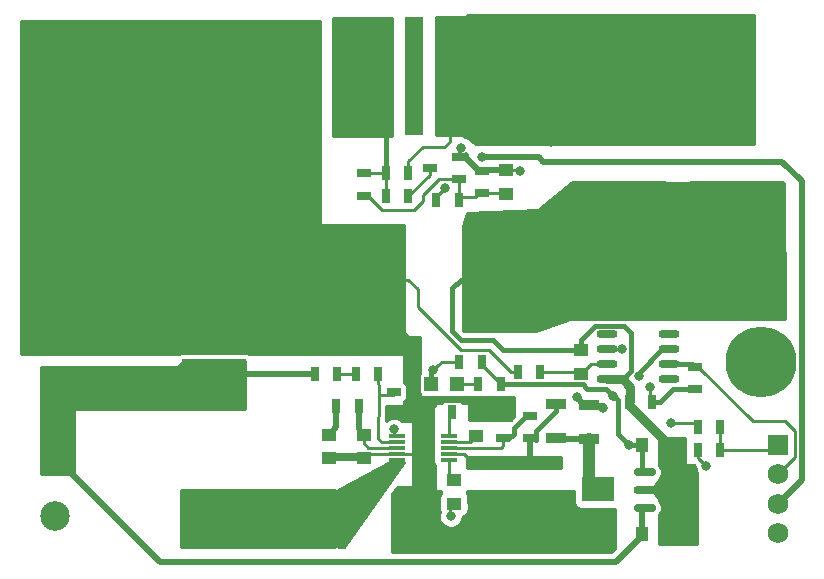
<source format=gbr>
%TF.GenerationSoftware,KiCad,Pcbnew,(5.1.4)-1*%
%TF.CreationDate,2020-02-28T22:37:56+08:00*%
%TF.ProjectId,power,706f7765-722e-46b6-9963-61645f706362,rev?*%
%TF.SameCoordinates,Original*%
%TF.FileFunction,Copper,L1,Top*%
%TF.FilePolarity,Positive*%
%FSLAX46Y46*%
G04 Gerber Fmt 4.6, Leading zero omitted, Abs format (unit mm)*
G04 Created by KiCad (PCBNEW (5.1.4)-1) date 2020-02-28 22:37:56*
%MOMM*%
%LPD*%
G04 APERTURE LIST*
%ADD10C,0.800000*%
%ADD11C,6.000000*%
%ADD12R,1.000000X1.250000*%
%ADD13R,2.794000X3.810000*%
%ADD14R,1.650000X2.380000*%
%ADD15R,1.450000X0.300000*%
%ADD16O,1.800000X0.700000*%
%ADD17O,1.900000X0.700000*%
%ADD18O,3.500000X2.000000*%
%ADD19O,2.100000X0.700000*%
%ADD20R,1.300000X0.700000*%
%ADD21R,0.700000X1.300000*%
%ADD22R,6.000000X8.750000*%
%ADD23R,2.500000X10.000000*%
%ADD24R,1.600000X10.000000*%
%ADD25R,1.250000X0.700000*%
%ADD26R,5.400000X3.900000*%
%ADD27C,2.500000*%
%ADD28R,11.000000X8.000000*%
%ADD29C,1.750000*%
%ADD30R,1.750000X1.750000*%
%ADD31R,8.000000X11.000000*%
%ADD32R,1.700000X0.900000*%
%ADD33R,1.200000X1.200000*%
%ADD34R,2.743000X2.159000*%
%ADD35R,1.600000X3.500000*%
%ADD36R,1.250000X1.000000*%
%ADD37R,2.500000X1.000000*%
%ADD38R,1.600000X1.000000*%
%ADD39C,0.254000*%
%ADD40C,0.508000*%
%ADD41C,0.381000*%
%ADD42C,0.250000*%
%ADD43C,0.762000*%
%ADD44C,1.016000*%
%ADD45C,0.350000*%
G04 APERTURE END LIST*
D10*
X85456810Y-49062500D03*
X85456810Y-51437500D03*
X83400000Y-52625000D03*
X81343190Y-51437500D03*
X81343190Y-49062500D03*
X83400000Y-47875000D03*
D11*
X83400000Y-50250000D03*
D10*
X38456810Y-45062500D03*
X38456810Y-47437500D03*
X36400000Y-48625000D03*
X34343190Y-47437500D03*
X34343190Y-45062500D03*
X36400000Y-43875000D03*
D11*
X36400000Y-46250000D03*
D12*
X75345000Y-64803000D03*
X73345000Y-64803000D03*
D13*
X46631500Y-63000000D03*
X53768500Y-63000000D03*
D14*
X54800000Y-57500001D03*
D15*
X52600000Y-58500001D03*
X52600000Y-58000001D03*
X52600000Y-57500001D03*
X52600000Y-57000001D03*
X57000000Y-56500001D03*
X57000000Y-57000001D03*
X57000000Y-57500001D03*
X57000000Y-58000001D03*
X52600000Y-56500001D03*
X57000000Y-58500001D03*
D16*
X75600000Y-47895000D03*
X75600000Y-49165000D03*
X75600000Y-50435000D03*
X75600000Y-51705000D03*
X70400000Y-51705000D03*
X70400000Y-50435000D03*
X70400000Y-49165000D03*
X70400000Y-47895000D03*
D17*
X73545000Y-62574000D03*
D18*
X76045000Y-61074000D03*
D19*
X73645000Y-61074000D03*
D17*
X73545000Y-59574000D03*
D20*
X52324000Y-54671000D03*
X52324000Y-52771000D03*
D21*
X51000000Y-51250000D03*
X49100000Y-51250000D03*
X47500000Y-51250000D03*
X45600000Y-51250000D03*
X61350000Y-52070000D03*
X59450000Y-52070000D03*
X57850000Y-50200000D03*
X59750000Y-50200000D03*
X55350000Y-54500000D03*
X57250000Y-54500000D03*
X47437000Y-53975000D03*
X49337000Y-53975000D03*
D22*
X61400000Y-43250000D03*
X49800000Y-43250000D03*
D21*
X62804000Y-51054000D03*
X64704000Y-51054000D03*
D20*
X61550000Y-54800000D03*
X61550000Y-56700000D03*
X63800000Y-54800000D03*
X63800000Y-56700000D03*
D21*
X74150000Y-53600000D03*
X72250000Y-53600000D03*
D20*
X77800000Y-52550000D03*
X77800000Y-50650000D03*
D21*
X53550000Y-36200000D03*
X51650000Y-36200000D03*
D20*
X59800000Y-35950000D03*
X59800000Y-34050000D03*
X49800000Y-36150000D03*
X49800000Y-34250000D03*
D21*
X51650000Y-34200000D03*
X53550000Y-34200000D03*
X55913000Y-36528000D03*
X57813000Y-36528000D03*
X78044000Y-57658000D03*
X79944000Y-57658000D03*
X79944000Y-55753000D03*
X78044000Y-55753000D03*
D23*
X57050000Y-26000000D03*
D24*
X54000000Y-26000000D03*
D23*
X50950000Y-26000000D03*
D25*
X55350000Y-33800000D03*
X57850000Y-32850000D03*
X57850000Y-34750000D03*
D26*
X37084000Y-63912000D03*
X37084000Y-51912000D03*
D27*
X23600000Y-63250000D03*
X23600000Y-58250000D03*
D28*
X27200000Y-36550000D03*
X27200000Y-26550000D03*
X40200000Y-26550000D03*
X40200000Y-36550000D03*
D29*
X84800000Y-64750000D03*
X84800000Y-62250000D03*
X84800000Y-59750000D03*
D30*
X84800000Y-57250000D03*
D31*
X78800000Y-26250000D03*
X68800000Y-26250000D03*
X71400000Y-40450000D03*
X81400000Y-40450000D03*
D32*
X66050000Y-56700000D03*
X66050000Y-53800000D03*
X68801000Y-53874000D03*
X68801000Y-56774000D03*
D33*
X55500000Y-52070000D03*
X57700000Y-52070000D03*
D34*
X69563000Y-65408000D03*
X69563000Y-60988000D03*
D35*
X26000000Y-47100000D03*
X26000000Y-52500000D03*
D36*
X57404000Y-60230000D03*
X57404000Y-62230000D03*
X59300001Y-54500000D03*
X59300001Y-56500000D03*
X46800001Y-58373000D03*
X46800001Y-56373000D03*
X49784000Y-58373000D03*
X49784000Y-56373000D03*
X68200000Y-51219000D03*
X68200000Y-49219000D03*
D37*
X65300000Y-61754000D03*
X65300000Y-58754000D03*
X62050000Y-61754000D03*
X62050000Y-58754000D03*
D38*
X59300001Y-61754000D03*
X59300001Y-58754000D03*
D12*
X75345000Y-57274000D03*
X73345000Y-57274000D03*
D36*
X61800000Y-36000000D03*
X61800000Y-34000000D03*
D10*
X62992000Y-34036000D03*
X58039000Y-32131000D03*
X78740000Y-59055000D03*
X72263000Y-57270992D03*
X70866000Y-53086000D03*
X73075350Y-51396340D03*
X51259748Y-60276752D03*
X57150000Y-63246000D03*
X52324000Y-55880012D03*
X55626000Y-50927000D03*
X75819000Y-55372000D03*
X70062185Y-54117880D03*
X65626000Y-31623000D03*
X67797342Y-53211206D03*
X56624807Y-35480210D03*
X59817000Y-32893002D03*
X74041000Y-52324000D03*
X71596290Y-49152485D03*
D39*
X59500000Y-35950000D02*
X59200000Y-36250000D01*
X59800000Y-35950000D02*
X59500000Y-35950000D01*
X59200000Y-36250000D02*
X57800000Y-36250000D01*
X57850000Y-36200000D02*
X57800000Y-36250000D01*
X57850000Y-34750000D02*
X57850000Y-36200000D01*
X62000000Y-35950000D02*
X62070000Y-36020000D01*
X59800000Y-35950000D02*
X62000000Y-35950000D01*
X56096638Y-34750000D02*
X57850000Y-34750000D01*
X49800000Y-36150000D02*
X50100000Y-36150000D01*
X50100000Y-36150000D02*
X51288000Y-37338000D01*
X51288000Y-37338000D02*
X54006362Y-37338000D01*
X54006362Y-37338000D02*
X54757819Y-36586543D01*
X54757819Y-36586543D02*
X54757819Y-36088819D01*
X54757819Y-36088819D02*
X56096638Y-34750000D01*
D40*
X59850000Y-34000000D02*
X59800000Y-34050000D01*
X61800000Y-34000000D02*
X59850000Y-34000000D01*
X58387000Y-32937000D02*
X58387000Y-32718000D01*
X59500000Y-34050000D02*
X58387000Y-32937000D01*
X59800000Y-34050000D02*
X59500000Y-34050000D01*
D39*
X46393999Y-58000001D02*
X46355000Y-58039000D01*
X52600000Y-58000001D02*
X46393999Y-58000001D01*
D40*
X49737000Y-58373000D02*
X49784000Y-58420000D01*
X46800001Y-58373000D02*
X49737000Y-58373000D01*
D39*
X59600001Y-54800000D02*
X59300001Y-54500000D01*
X61550000Y-54800000D02*
X59600001Y-54800000D01*
D41*
X56093701Y-53456299D02*
X61965299Y-53456299D01*
X55350000Y-54500000D02*
X55350000Y-54200000D01*
X55350000Y-54200000D02*
X56093701Y-53456299D01*
D39*
X54300000Y-58000001D02*
X54800000Y-57500001D01*
X52600000Y-58000001D02*
X54300000Y-58000001D01*
X53537000Y-43250000D02*
X49800000Y-43250000D01*
X62804000Y-51054000D02*
X62200000Y-51054000D01*
X60365799Y-49219799D02*
X57982799Y-49219799D01*
X57982799Y-49219799D02*
X54356000Y-45593000D01*
X62200000Y-51054000D02*
X60365799Y-49219799D01*
X54356000Y-45593000D02*
X54356000Y-44069000D01*
X54356000Y-44069000D02*
X53537000Y-43250000D01*
X61800000Y-34000000D02*
X62956000Y-34000000D01*
X62956000Y-34000000D02*
X62992000Y-34036000D01*
X57850000Y-32850000D02*
X57850000Y-32320000D01*
X57850000Y-32320000D02*
X58039000Y-32131000D01*
X78044000Y-57658000D02*
X78044000Y-58359000D01*
X78044000Y-58359000D02*
X78740000Y-59055000D01*
D42*
X72250000Y-52274000D02*
X72250000Y-52210000D01*
D40*
X76045000Y-57974000D02*
X75345000Y-57274000D01*
X76045000Y-61074000D02*
X76045000Y-57974000D01*
X73645000Y-61074000D02*
X76045000Y-61074000D01*
X75345000Y-61774000D02*
X76045000Y-61074000D01*
X75345000Y-64803000D02*
X75345000Y-61774000D01*
D43*
X72250000Y-52274000D02*
X71681000Y-51705000D01*
X71681000Y-51705000D02*
X70400000Y-51705000D01*
X72250000Y-53600000D02*
X72250000Y-53900000D01*
X75345000Y-56995000D02*
X75345000Y-57274000D01*
X72250000Y-53900000D02*
X75345000Y-56995000D01*
X72250000Y-52274000D02*
X72292706Y-52316706D01*
X72292706Y-53557294D02*
X72250000Y-53600000D01*
X72292706Y-52316706D02*
X72292706Y-53557294D01*
X68200000Y-49219000D02*
X68198990Y-49217990D01*
D42*
X61400000Y-43250000D02*
X58350000Y-43250000D01*
D43*
X68198990Y-49217990D02*
X68198989Y-48939896D01*
D41*
X57969000Y-43250000D02*
X57277000Y-43942000D01*
X57277000Y-43942000D02*
X57277000Y-47625000D01*
X57277000Y-47625000D02*
X58026211Y-48374211D01*
X58350000Y-43250000D02*
X57969000Y-43250000D01*
X72390000Y-50996000D02*
X71681000Y-51705000D01*
X61538000Y-49219000D02*
X60693211Y-48374211D01*
X68200000Y-49219000D02*
X61538000Y-49219000D01*
X58026211Y-48374211D02*
X60693211Y-48374211D01*
X71789290Y-47151290D02*
X72390000Y-47752000D01*
X69386710Y-47151290D02*
X71789290Y-47151290D01*
X68200000Y-48338000D02*
X69386710Y-47151290D01*
X68200000Y-49219000D02*
X68200000Y-48338000D01*
X72390000Y-47752000D02*
X72390000Y-50996000D01*
D39*
X59750000Y-50500000D02*
X61350000Y-52100000D01*
X59750000Y-50200000D02*
X59750000Y-50500000D01*
D41*
X73345000Y-59374000D02*
X73545000Y-59574000D01*
X73345000Y-57274000D02*
X73345000Y-59374000D01*
X73345000Y-57274000D02*
X72266000Y-57274000D01*
X72263000Y-57271000D02*
X72263000Y-57270992D01*
X72266000Y-57274000D02*
X72263000Y-57271000D01*
X73341992Y-57270992D02*
X73345000Y-57274000D01*
X72263000Y-57270992D02*
X73341992Y-57270992D01*
X71265999Y-53485999D02*
X70866000Y-53086000D01*
X71308491Y-53528491D02*
X71265999Y-53485999D01*
X71308491Y-56316483D02*
X71308491Y-53528491D01*
X72263000Y-57270992D02*
X71308491Y-56316483D01*
X75050000Y-49165000D02*
X73075350Y-51139650D01*
X73075350Y-51139650D02*
X73075350Y-51396340D01*
X75600000Y-49165000D02*
X75050000Y-49165000D01*
X68338141Y-52112701D02*
X68705150Y-52479710D01*
X70259710Y-52479710D02*
X70466001Y-52686001D01*
X68705150Y-52479710D02*
X70259710Y-52479710D01*
X70466001Y-52686001D02*
X70866000Y-53086000D01*
X61383701Y-52112701D02*
X61341000Y-52070000D01*
X63330299Y-52112701D02*
X61383701Y-52112701D01*
X63330299Y-52112701D02*
X68338141Y-52112701D01*
D40*
X63800000Y-58422000D02*
X63722000Y-58500000D01*
X63800000Y-56700000D02*
X63800000Y-58422000D01*
X65300000Y-58500000D02*
X63722000Y-58500000D01*
X63722000Y-58500000D02*
X59300001Y-58500000D01*
D41*
X63800000Y-56700000D02*
X63869000Y-56700000D01*
X64356000Y-56065298D02*
X64356000Y-56848000D01*
X66050000Y-54371298D02*
X64356000Y-56065298D01*
X66050000Y-53800000D02*
X66050000Y-54371298D01*
D39*
X58254001Y-58000001D02*
X58674000Y-58420000D01*
X57000000Y-58000001D02*
X58254001Y-58000001D01*
X68035000Y-51054000D02*
X68200000Y-51219000D01*
X64704000Y-51054000D02*
X68035000Y-51054000D01*
X68984000Y-50435000D02*
X70400000Y-50435000D01*
X68200000Y-51219000D02*
X68984000Y-50435000D01*
X49784000Y-57127000D02*
X49784000Y-56373000D01*
X50157001Y-57500001D02*
X49784000Y-57127000D01*
X52600000Y-57500001D02*
X50157001Y-57500001D01*
D40*
X49337000Y-55926000D02*
X49784000Y-56373000D01*
X49337000Y-53975000D02*
X49337000Y-55926000D01*
X47437000Y-55736001D02*
X46800001Y-56373000D01*
X47437000Y-53975000D02*
X47437000Y-55736001D01*
D39*
X58800000Y-57000001D02*
X59300001Y-56500000D01*
X57000000Y-57000001D02*
X58800000Y-57000001D01*
X57000000Y-60350000D02*
X57050000Y-60400000D01*
X57000000Y-58500001D02*
X57000000Y-60350000D01*
D40*
X52600000Y-58936500D02*
X52600000Y-58607202D01*
X46631500Y-63000000D02*
X48536500Y-63000000D01*
X48536500Y-63000000D02*
X52600000Y-58936500D01*
D39*
X52600000Y-58936500D02*
X51259748Y-60276752D01*
X57050000Y-63146000D02*
X57150000Y-63246000D01*
X57050000Y-62341000D02*
X57050000Y-63146000D01*
D40*
X37260000Y-52500000D02*
X37465000Y-52705000D01*
X26000000Y-52500000D02*
X37260000Y-52500000D01*
X73345000Y-62774000D02*
X73545000Y-62574000D01*
X73345000Y-64802999D02*
X73345000Y-62774000D01*
X73345000Y-64928000D02*
X73345000Y-64803000D01*
X71090000Y-67183000D02*
X73345000Y-64928000D01*
X32533000Y-67183000D02*
X71090000Y-67183000D01*
X23600000Y-58250000D02*
X32533000Y-67183000D01*
D39*
X39047000Y-51250000D02*
X38989000Y-51308000D01*
X45600000Y-51250000D02*
X39047000Y-51250000D01*
D40*
X39682000Y-51250000D02*
X39624000Y-51308000D01*
X45600000Y-51250000D02*
X39682000Y-51250000D01*
X66124000Y-56774000D02*
X66050000Y-56700000D01*
X68801000Y-56774000D02*
X66124000Y-56774000D01*
D44*
X68801000Y-60226000D02*
X69563000Y-60988000D01*
X68801000Y-56774000D02*
X68801000Y-60226000D01*
D39*
X52324000Y-55880012D02*
X52324000Y-56515000D01*
X56353000Y-50200000D02*
X56025999Y-50527001D01*
X57850000Y-50200000D02*
X56353000Y-50200000D01*
X56025999Y-50527001D02*
X55626000Y-50927000D01*
D41*
X55500000Y-51053000D02*
X55626000Y-50927000D01*
X55500000Y-52070000D02*
X55500000Y-51053000D01*
D39*
X57700000Y-52070000D02*
X59450000Y-52070000D01*
D41*
X68801000Y-53874000D02*
X70032000Y-53874000D01*
X70032000Y-53874000D02*
X70062185Y-53904185D01*
X70062185Y-53904185D02*
X70062185Y-54117880D01*
D39*
X77663000Y-55372000D02*
X78044000Y-55753000D01*
X75819000Y-55372000D02*
X77663000Y-55372000D01*
X53550000Y-33250000D02*
X54750000Y-32050000D01*
X53550000Y-34200000D02*
X53550000Y-33250000D01*
X54750000Y-32050000D02*
X56600000Y-32050000D01*
X56600000Y-32050000D02*
X57050000Y-31600000D01*
X57050000Y-31600000D02*
X57050000Y-26000000D01*
D40*
X65753000Y-30940000D02*
X65743315Y-30940000D01*
X65743315Y-30940000D02*
X65626000Y-31057315D01*
X65626000Y-31057315D02*
X65626000Y-31623000D01*
X68197341Y-53611205D02*
X67797342Y-53211206D01*
X68460136Y-53874000D02*
X68197341Y-53611205D01*
X68801000Y-53874000D02*
X68460136Y-53874000D01*
D39*
X56624807Y-35516193D02*
X56624807Y-35480210D01*
X55913000Y-36228000D02*
X56624807Y-35516193D01*
X55913000Y-36528000D02*
X55913000Y-36228000D01*
D40*
X86857201Y-34914201D02*
X85217000Y-33274000D01*
X86857201Y-60192799D02*
X86857201Y-34914201D01*
X84800000Y-62250000D02*
X86857201Y-60192799D01*
X60382685Y-32893002D02*
X59817000Y-32893002D01*
X64571400Y-32893002D02*
X60382685Y-32893002D01*
X64952398Y-33274000D02*
X64571400Y-32893002D01*
X85217000Y-33274000D02*
X64952398Y-33274000D01*
D41*
X77585000Y-50435000D02*
X77800000Y-50650000D01*
X75600000Y-50435000D02*
X77585000Y-50435000D01*
D42*
X85471000Y-55245000D02*
X86274990Y-56048990D01*
X86274990Y-56048990D02*
X86274990Y-58275010D01*
X86274990Y-58275010D02*
X85674999Y-58875001D01*
X82695000Y-55245000D02*
X85471000Y-55245000D01*
X85674999Y-58875001D02*
X84800000Y-59750000D01*
X78100000Y-50650000D02*
X82695000Y-55245000D01*
X77800000Y-50650000D02*
X78100000Y-50650000D01*
D39*
X84392000Y-57658000D02*
X84800000Y-57250000D01*
X79944000Y-57658000D02*
X84392000Y-57658000D01*
X79944000Y-55753000D02*
X79944000Y-57658000D01*
X55350000Y-34404000D02*
X55350000Y-33800000D01*
X53554000Y-36200000D02*
X55350000Y-34404000D01*
X53550000Y-36200000D02*
X53554000Y-36200000D01*
X51650000Y-36200000D02*
X51650000Y-34200000D01*
X51600000Y-34250000D02*
X51650000Y-34200000D01*
X49800000Y-34250000D02*
X51600000Y-34250000D01*
D41*
X51650000Y-26700000D02*
X50950000Y-26000000D01*
X51650000Y-34200000D02*
X51650000Y-26700000D01*
D42*
X74041000Y-53491000D02*
X74150000Y-53600000D01*
X74041000Y-52324000D02*
X74041000Y-53491000D01*
D41*
X74150000Y-53600000D02*
X74881000Y-53600000D01*
X74881000Y-53600000D02*
X75931000Y-52550000D01*
X75931000Y-52550000D02*
X76769000Y-52550000D01*
X76769000Y-52550000D02*
X77800000Y-52550000D01*
D42*
X71583775Y-49165000D02*
X71596290Y-49152485D01*
X70400000Y-49165000D02*
X71583775Y-49165000D01*
D41*
X61550000Y-56700000D02*
X62091000Y-56700000D01*
X62091000Y-56700000D02*
X62451499Y-56339501D01*
X63500000Y-54800000D02*
X63800000Y-54800000D01*
X62451499Y-55848501D02*
X63500000Y-54800000D01*
X62451499Y-56339501D02*
X62451499Y-55848501D01*
D39*
X61550000Y-57304000D02*
X61550000Y-56700000D01*
X61353999Y-57500001D02*
X61550000Y-57304000D01*
X57000000Y-57500001D02*
X61353999Y-57500001D01*
X57000000Y-54750000D02*
X57250000Y-54500000D01*
X57000000Y-56500001D02*
X57000000Y-54750000D01*
X47500000Y-51250000D02*
X49100000Y-51250000D01*
X52600000Y-57000001D02*
X51285001Y-57000001D01*
X51285001Y-57000001D02*
X51000000Y-56715000D01*
X51120000Y-53025000D02*
X51054000Y-52959000D01*
X52324000Y-53025000D02*
X51120000Y-53025000D01*
X51000000Y-56715000D02*
X51054000Y-52959000D01*
X51054000Y-52959000D02*
X51000000Y-51250000D01*
G36*
X76962000Y-58801000D02*
G01*
X76964440Y-58825776D01*
X76971667Y-58849601D01*
X76983403Y-58871557D01*
X76999197Y-58890803D01*
X77018443Y-58906597D01*
X77040399Y-58918333D01*
X77064224Y-58925560D01*
X77089000Y-58928000D01*
X77714976Y-58928000D01*
X77832000Y-59045025D01*
X77832000Y-59144430D01*
X77866894Y-59319854D01*
X77935341Y-59485099D01*
X77978000Y-59548942D01*
X77978000Y-65659000D01*
X74803000Y-65659000D01*
X74803000Y-63124697D01*
X74861852Y-63052985D01*
X74941524Y-62903931D01*
X74990585Y-62742197D01*
X75007151Y-62574000D01*
X74990585Y-62405803D01*
X74941524Y-62244069D01*
X74861852Y-62095015D01*
X74803000Y-62023303D01*
X74803000Y-60124697D01*
X74861852Y-60052985D01*
X74941524Y-59903931D01*
X74990585Y-59742197D01*
X75007151Y-59574000D01*
X74990585Y-59405803D01*
X74941524Y-59244069D01*
X74861852Y-59095015D01*
X74803000Y-59023303D01*
X74803000Y-56642000D01*
X76962000Y-56642000D01*
X76962000Y-58801000D01*
X76962000Y-58801000D01*
G37*
X76962000Y-58801000D02*
X76964440Y-58825776D01*
X76971667Y-58849601D01*
X76983403Y-58871557D01*
X76999197Y-58890803D01*
X77018443Y-58906597D01*
X77040399Y-58918333D01*
X77064224Y-58925560D01*
X77089000Y-58928000D01*
X77714976Y-58928000D01*
X77832000Y-59045025D01*
X77832000Y-59144430D01*
X77866894Y-59319854D01*
X77935341Y-59485099D01*
X77978000Y-59548942D01*
X77978000Y-65659000D01*
X74803000Y-65659000D01*
X74803000Y-63124697D01*
X74861852Y-63052985D01*
X74941524Y-62903931D01*
X74990585Y-62742197D01*
X75007151Y-62574000D01*
X74990585Y-62405803D01*
X74941524Y-62244069D01*
X74861852Y-62095015D01*
X74803000Y-62023303D01*
X74803000Y-60124697D01*
X74861852Y-60052985D01*
X74941524Y-59903931D01*
X74990585Y-59742197D01*
X75007151Y-59574000D01*
X74990585Y-59405803D01*
X74941524Y-59244069D01*
X74861852Y-59095015D01*
X74803000Y-59023303D01*
X74803000Y-56642000D01*
X76962000Y-56642000D01*
X76962000Y-58801000D01*
G36*
X85469627Y-46609000D02*
G01*
X67310000Y-46609000D01*
X67285224Y-46611440D01*
X67268278Y-46616049D01*
X64367544Y-47625000D01*
X58166000Y-47625000D01*
X58166000Y-38753640D01*
X58515654Y-37588125D01*
X64521287Y-37337890D01*
X64545940Y-37334420D01*
X64569443Y-37326208D01*
X64596421Y-37309293D01*
X67355335Y-35052000D01*
X85345358Y-35052000D01*
X85469627Y-46609000D01*
X85469627Y-46609000D01*
G37*
X85469627Y-46609000D02*
X67310000Y-46609000D01*
X67285224Y-46611440D01*
X67268278Y-46616049D01*
X64367544Y-47625000D01*
X58166000Y-47625000D01*
X58166000Y-38753640D01*
X58515654Y-37588125D01*
X64521287Y-37337890D01*
X64545940Y-37334420D01*
X64569443Y-37326208D01*
X64596421Y-37309293D01*
X67355335Y-35052000D01*
X85345358Y-35052000D01*
X85469627Y-46609000D01*
G36*
X46101000Y-38481000D02*
G01*
X46103440Y-38505776D01*
X46110667Y-38529601D01*
X46122403Y-38551557D01*
X46138197Y-38570803D01*
X46157443Y-38586597D01*
X46179399Y-38598333D01*
X46203224Y-38605560D01*
X46228000Y-38608000D01*
X53213000Y-38608000D01*
X53213000Y-47752000D01*
X53215440Y-47776776D01*
X53222667Y-47800601D01*
X53234403Y-47822557D01*
X53250197Y-47841803D01*
X53504197Y-48095803D01*
X53523443Y-48111597D01*
X53545399Y-48123333D01*
X53569224Y-48130560D01*
X53594000Y-48133000D01*
X54483000Y-48133000D01*
X54483000Y-49530000D01*
X40053431Y-49530000D01*
X39979343Y-49490399D01*
X39883585Y-49461351D01*
X39784000Y-49451543D01*
X34384000Y-49451543D01*
X34284415Y-49461351D01*
X34188657Y-49490399D01*
X34114569Y-49530000D01*
X20758000Y-49530000D01*
X20758000Y-21336000D01*
X46101000Y-21336000D01*
X46101000Y-38481000D01*
X46101000Y-38481000D01*
G37*
X46101000Y-38481000D02*
X46103440Y-38505776D01*
X46110667Y-38529601D01*
X46122403Y-38551557D01*
X46138197Y-38570803D01*
X46157443Y-38586597D01*
X46179399Y-38598333D01*
X46203224Y-38605560D01*
X46228000Y-38608000D01*
X53213000Y-38608000D01*
X53213000Y-47752000D01*
X53215440Y-47776776D01*
X53222667Y-47800601D01*
X53234403Y-47822557D01*
X53250197Y-47841803D01*
X53504197Y-48095803D01*
X53523443Y-48111597D01*
X53545399Y-48123333D01*
X53569224Y-48130560D01*
X53594000Y-48133000D01*
X54483000Y-48133000D01*
X54483000Y-49530000D01*
X40053431Y-49530000D01*
X39979343Y-49490399D01*
X39883585Y-49461351D01*
X39784000Y-49451543D01*
X34384000Y-49451543D01*
X34284415Y-49461351D01*
X34188657Y-49490399D01*
X34114569Y-49530000D01*
X20758000Y-49530000D01*
X20758000Y-21336000D01*
X46101000Y-21336000D01*
X46101000Y-38481000D01*
G36*
X59000415Y-53220649D02*
G01*
X59100000Y-53230457D01*
X59800000Y-53230457D01*
X59899585Y-53220649D01*
X59924800Y-53213000D01*
X60875200Y-53213000D01*
X60900415Y-53220649D01*
X61000000Y-53230457D01*
X61700000Y-53230457D01*
X61799585Y-53220649D01*
X61824800Y-53213000D01*
X62484000Y-53213000D01*
X62484000Y-54828172D01*
X62194173Y-55118000D01*
X58674000Y-55118000D01*
X58674000Y-53848000D01*
X58671560Y-53823224D01*
X58664333Y-53799399D01*
X58652597Y-53777443D01*
X58636803Y-53758197D01*
X58617557Y-53742403D01*
X58595601Y-53730667D01*
X58571776Y-53723440D01*
X58547000Y-53721000D01*
X58091726Y-53721000D01*
X58071601Y-53654657D01*
X58024429Y-53566405D01*
X57960948Y-53489052D01*
X57883595Y-53425571D01*
X57795343Y-53378399D01*
X57699585Y-53349351D01*
X57600000Y-53339543D01*
X56900000Y-53339543D01*
X56800415Y-53349351D01*
X56704657Y-53378399D01*
X56616405Y-53425571D01*
X56539052Y-53489052D01*
X56475571Y-53566405D01*
X56428399Y-53654657D01*
X56408274Y-53721000D01*
X55753000Y-53721000D01*
X55728224Y-53723440D01*
X55704399Y-53730667D01*
X55682443Y-53742403D01*
X55663197Y-53758197D01*
X55647403Y-53777443D01*
X55635667Y-53799399D01*
X55628440Y-53823224D01*
X55626000Y-53848000D01*
X55626000Y-58674000D01*
X53975000Y-58674000D01*
X53975000Y-55372000D01*
X53972560Y-55347224D01*
X53965333Y-55323399D01*
X53953597Y-55301443D01*
X53937803Y-55282197D01*
X53918557Y-55266403D01*
X53896601Y-55254667D01*
X53872776Y-55247440D01*
X53848000Y-55245000D01*
X52973093Y-55245000D01*
X52902816Y-55174723D01*
X52754099Y-55075353D01*
X52588854Y-55006906D01*
X52413430Y-54972012D01*
X52234570Y-54972012D01*
X52059146Y-55006906D01*
X51893901Y-55075353D01*
X51745184Y-55174723D01*
X51674907Y-55245000D01*
X51656199Y-55245000D01*
X51674458Y-53975000D01*
X54864000Y-53975000D01*
X54888776Y-53972560D01*
X54912601Y-53965333D01*
X54934557Y-53953597D01*
X54953803Y-53937803D01*
X54969597Y-53918557D01*
X54981333Y-53896601D01*
X54988560Y-53872776D01*
X54991000Y-53848000D01*
X54991000Y-53213000D01*
X58975200Y-53213000D01*
X59000415Y-53220649D01*
X59000415Y-53220649D01*
G37*
X59000415Y-53220649D02*
X59100000Y-53230457D01*
X59800000Y-53230457D01*
X59899585Y-53220649D01*
X59924800Y-53213000D01*
X60875200Y-53213000D01*
X60900415Y-53220649D01*
X61000000Y-53230457D01*
X61700000Y-53230457D01*
X61799585Y-53220649D01*
X61824800Y-53213000D01*
X62484000Y-53213000D01*
X62484000Y-54828172D01*
X62194173Y-55118000D01*
X58674000Y-55118000D01*
X58674000Y-53848000D01*
X58671560Y-53823224D01*
X58664333Y-53799399D01*
X58652597Y-53777443D01*
X58636803Y-53758197D01*
X58617557Y-53742403D01*
X58595601Y-53730667D01*
X58571776Y-53723440D01*
X58547000Y-53721000D01*
X58091726Y-53721000D01*
X58071601Y-53654657D01*
X58024429Y-53566405D01*
X57960948Y-53489052D01*
X57883595Y-53425571D01*
X57795343Y-53378399D01*
X57699585Y-53349351D01*
X57600000Y-53339543D01*
X56900000Y-53339543D01*
X56800415Y-53349351D01*
X56704657Y-53378399D01*
X56616405Y-53425571D01*
X56539052Y-53489052D01*
X56475571Y-53566405D01*
X56428399Y-53654657D01*
X56408274Y-53721000D01*
X55753000Y-53721000D01*
X55728224Y-53723440D01*
X55704399Y-53730667D01*
X55682443Y-53742403D01*
X55663197Y-53758197D01*
X55647403Y-53777443D01*
X55635667Y-53799399D01*
X55628440Y-53823224D01*
X55626000Y-53848000D01*
X55626000Y-58674000D01*
X53975000Y-58674000D01*
X53975000Y-55372000D01*
X53972560Y-55347224D01*
X53965333Y-55323399D01*
X53953597Y-55301443D01*
X53937803Y-55282197D01*
X53918557Y-55266403D01*
X53896601Y-55254667D01*
X53872776Y-55247440D01*
X53848000Y-55245000D01*
X52973093Y-55245000D01*
X52902816Y-55174723D01*
X52754099Y-55075353D01*
X52588854Y-55006906D01*
X52413430Y-54972012D01*
X52234570Y-54972012D01*
X52059146Y-55006906D01*
X51893901Y-55075353D01*
X51745184Y-55174723D01*
X51674907Y-55245000D01*
X51656199Y-55245000D01*
X51674458Y-53975000D01*
X54864000Y-53975000D01*
X54888776Y-53972560D01*
X54912601Y-53965333D01*
X54934557Y-53953597D01*
X54953803Y-53937803D01*
X54969597Y-53918557D01*
X54981333Y-53896601D01*
X54988560Y-53872776D01*
X54991000Y-53848000D01*
X54991000Y-53213000D01*
X58975200Y-53213000D01*
X59000415Y-53220649D01*
D41*
G36*
X55626548Y-58918598D02*
G01*
X55689500Y-59036373D01*
X55689500Y-61087000D01*
X55693160Y-61124165D01*
X55704001Y-61159901D01*
X55721605Y-61192836D01*
X55745296Y-61221704D01*
X55774164Y-61245395D01*
X55807099Y-61262999D01*
X55842835Y-61273840D01*
X55880000Y-61277500D01*
X56246749Y-61277500D01*
X56195409Y-61340057D01*
X56130548Y-61461403D01*
X56090607Y-61593070D01*
X56077121Y-61730000D01*
X56077121Y-62730000D01*
X56090607Y-62866930D01*
X56102191Y-62905117D01*
X56093715Y-62925579D01*
X56051500Y-63137807D01*
X56051500Y-63354193D01*
X56093715Y-63566421D01*
X56176522Y-63766335D01*
X56296739Y-63946253D01*
X56449747Y-64099261D01*
X56629665Y-64219478D01*
X56829579Y-64302285D01*
X57041807Y-64344500D01*
X57258193Y-64344500D01*
X57470421Y-64302285D01*
X57670335Y-64219478D01*
X57850253Y-64099261D01*
X58003261Y-63946253D01*
X58123478Y-63766335D01*
X58206285Y-63566421D01*
X58240212Y-63395860D01*
X58297597Y-63378452D01*
X58418943Y-63313591D01*
X58525303Y-63226303D01*
X58612591Y-63119943D01*
X58677452Y-62998597D01*
X58717393Y-62866930D01*
X58730879Y-62730000D01*
X58730879Y-61730000D01*
X58717393Y-61593070D01*
X58677452Y-61461403D01*
X58612591Y-61340057D01*
X58561251Y-61277500D01*
X67489621Y-61277500D01*
X67489621Y-62067500D01*
X67503107Y-62204430D01*
X67543048Y-62336097D01*
X67607909Y-62457443D01*
X67695197Y-62563803D01*
X67801557Y-62651091D01*
X67922903Y-62715952D01*
X68054570Y-62755893D01*
X68191500Y-62769379D01*
X70934500Y-62769379D01*
X70956543Y-62767208D01*
X70947032Y-65978930D01*
X70695462Y-66230500D01*
X52246181Y-66230500D01*
X52258666Y-61413768D01*
X52624321Y-60896500D01*
X53848000Y-60896500D01*
X53885165Y-60892840D01*
X53920901Y-60881999D01*
X53953836Y-60864395D01*
X53982704Y-60840704D01*
X54006395Y-60811836D01*
X54023999Y-60778901D01*
X54034840Y-60743165D01*
X54038500Y-60706000D01*
X54038500Y-58864500D01*
X55610137Y-58864500D01*
X55626548Y-58918598D01*
X55626548Y-58918598D01*
G37*
X55626548Y-58918598D02*
X55689500Y-59036373D01*
X55689500Y-61087000D01*
X55693160Y-61124165D01*
X55704001Y-61159901D01*
X55721605Y-61192836D01*
X55745296Y-61221704D01*
X55774164Y-61245395D01*
X55807099Y-61262999D01*
X55842835Y-61273840D01*
X55880000Y-61277500D01*
X56246749Y-61277500D01*
X56195409Y-61340057D01*
X56130548Y-61461403D01*
X56090607Y-61593070D01*
X56077121Y-61730000D01*
X56077121Y-62730000D01*
X56090607Y-62866930D01*
X56102191Y-62905117D01*
X56093715Y-62925579D01*
X56051500Y-63137807D01*
X56051500Y-63354193D01*
X56093715Y-63566421D01*
X56176522Y-63766335D01*
X56296739Y-63946253D01*
X56449747Y-64099261D01*
X56629665Y-64219478D01*
X56829579Y-64302285D01*
X57041807Y-64344500D01*
X57258193Y-64344500D01*
X57470421Y-64302285D01*
X57670335Y-64219478D01*
X57850253Y-64099261D01*
X58003261Y-63946253D01*
X58123478Y-63766335D01*
X58206285Y-63566421D01*
X58240212Y-63395860D01*
X58297597Y-63378452D01*
X58418943Y-63313591D01*
X58525303Y-63226303D01*
X58612591Y-63119943D01*
X58677452Y-62998597D01*
X58717393Y-62866930D01*
X58730879Y-62730000D01*
X58730879Y-61730000D01*
X58717393Y-61593070D01*
X58677452Y-61461403D01*
X58612591Y-61340057D01*
X58561251Y-61277500D01*
X67489621Y-61277500D01*
X67489621Y-62067500D01*
X67503107Y-62204430D01*
X67543048Y-62336097D01*
X67607909Y-62457443D01*
X67695197Y-62563803D01*
X67801557Y-62651091D01*
X67922903Y-62715952D01*
X68054570Y-62755893D01*
X68191500Y-62769379D01*
X70934500Y-62769379D01*
X70956543Y-62767208D01*
X70947032Y-65978930D01*
X70695462Y-66230500D01*
X52246181Y-66230500D01*
X52258666Y-61413768D01*
X52624321Y-60896500D01*
X53848000Y-60896500D01*
X53885165Y-60892840D01*
X53920901Y-60881999D01*
X53953836Y-60864395D01*
X53982704Y-60840704D01*
X54006395Y-60811836D01*
X54023999Y-60778901D01*
X54034840Y-60743165D01*
X54038500Y-60706000D01*
X54038500Y-58864500D01*
X55610137Y-58864500D01*
X55626548Y-58918598D01*
D39*
G36*
X47371000Y-65913000D02*
G01*
X34290000Y-65913000D01*
X34290000Y-61087000D01*
X47371000Y-61087000D01*
X47371000Y-65913000D01*
X47371000Y-65913000D01*
G37*
X47371000Y-65913000D02*
X34290000Y-65913000D01*
X34290000Y-61087000D01*
X47371000Y-61087000D01*
X47371000Y-65913000D01*
G36*
X48067249Y-65913000D02*
G01*
X47625000Y-65913000D01*
X47625000Y-61035563D01*
X51975248Y-58674000D01*
X53184473Y-58674000D01*
X48067249Y-65913000D01*
X48067249Y-65913000D01*
G37*
X48067249Y-65913000D02*
X47625000Y-65913000D01*
X47625000Y-61035563D01*
X51975248Y-58674000D01*
X53184473Y-58674000D01*
X48067249Y-65913000D01*
G36*
X39751000Y-54229000D02*
G01*
X25273000Y-54229000D01*
X25273000Y-50673000D01*
X33909000Y-50673000D01*
X33933776Y-50670560D01*
X33957601Y-50663333D01*
X33979557Y-50651597D01*
X33998803Y-50635803D01*
X34469606Y-50165000D01*
X39751000Y-50165000D01*
X39751000Y-54229000D01*
X39751000Y-54229000D01*
G37*
X39751000Y-54229000D02*
X25273000Y-54229000D01*
X25273000Y-50673000D01*
X33909000Y-50673000D01*
X33933776Y-50670560D01*
X33957601Y-50663333D01*
X33979557Y-50651597D01*
X33998803Y-50635803D01*
X34469606Y-50165000D01*
X39751000Y-50165000D01*
X39751000Y-54229000D01*
G36*
X25273000Y-59690000D02*
G01*
X22479000Y-59690000D01*
X22479000Y-50673000D01*
X25273000Y-50673000D01*
X25273000Y-59690000D01*
X25273000Y-59690000D01*
G37*
X25273000Y-59690000D02*
X22479000Y-59690000D01*
X22479000Y-50673000D01*
X25273000Y-50673000D01*
X25273000Y-59690000D01*
D41*
G36*
X54419500Y-51156598D02*
G01*
X54369448Y-51250238D01*
X54336769Y-51357966D01*
X54325735Y-51470000D01*
X54325735Y-52670000D01*
X54336769Y-52782034D01*
X54369448Y-52889762D01*
X54419500Y-52983402D01*
X54419500Y-53086000D01*
X54423160Y-53123165D01*
X54434001Y-53158901D01*
X54451605Y-53191836D01*
X54475296Y-53220704D01*
X54504164Y-53244395D01*
X54537099Y-53261999D01*
X54572835Y-53272840D01*
X54610000Y-53276500D01*
X54800500Y-53276500D01*
X54800500Y-53784500D01*
X53276500Y-53784500D01*
X53276500Y-53607328D01*
X53293045Y-53598484D01*
X53380067Y-53527067D01*
X53451484Y-53440045D01*
X53504552Y-53340762D01*
X53537231Y-53233034D01*
X53548265Y-53121000D01*
X53548265Y-52421000D01*
X53537231Y-52308966D01*
X53504552Y-52201238D01*
X53451484Y-52101955D01*
X53380067Y-52014933D01*
X53293045Y-51943516D01*
X53276500Y-51934672D01*
X53276500Y-48196500D01*
X54419500Y-48196500D01*
X54419500Y-51156598D01*
X54419500Y-51156598D01*
G37*
X54419500Y-51156598D02*
X54369448Y-51250238D01*
X54336769Y-51357966D01*
X54325735Y-51470000D01*
X54325735Y-52670000D01*
X54336769Y-52782034D01*
X54369448Y-52889762D01*
X54419500Y-52983402D01*
X54419500Y-53086000D01*
X54423160Y-53123165D01*
X54434001Y-53158901D01*
X54451605Y-53191836D01*
X54475296Y-53220704D01*
X54504164Y-53244395D01*
X54537099Y-53261999D01*
X54572835Y-53272840D01*
X54610000Y-53276500D01*
X54800500Y-53276500D01*
X54800500Y-53784500D01*
X53276500Y-53784500D01*
X53276500Y-53607328D01*
X53293045Y-53598484D01*
X53380067Y-53527067D01*
X53451484Y-53440045D01*
X53504552Y-53340762D01*
X53537231Y-53233034D01*
X53548265Y-53121000D01*
X53548265Y-52421000D01*
X53537231Y-52308966D01*
X53504552Y-52201238D01*
X53451484Y-52101955D01*
X53380067Y-52014933D01*
X53293045Y-51943516D01*
X53276500Y-51934672D01*
X53276500Y-48196500D01*
X54419500Y-48196500D01*
X54419500Y-51156598D01*
G36*
X82740500Y-31686500D02*
G01*
X59239679Y-31686500D01*
X58921349Y-31474280D01*
X58892261Y-31430747D01*
X58739253Y-31277739D01*
X58559335Y-31157522D01*
X58359421Y-31074715D01*
X58306089Y-31064106D01*
X58144670Y-30956494D01*
X58111717Y-30938925D01*
X58075969Y-30928122D01*
X58039000Y-30924500D01*
X55943500Y-30924500D01*
X55943500Y-21145500D01*
X58293000Y-21145500D01*
X58330165Y-21141840D01*
X58365901Y-21130999D01*
X58398836Y-21113395D01*
X58427704Y-21089704D01*
X58568908Y-20948500D01*
X82740500Y-20948500D01*
X82740500Y-31686500D01*
X82740500Y-31686500D01*
G37*
X82740500Y-31686500D02*
X59239679Y-31686500D01*
X58921349Y-31474280D01*
X58892261Y-31430747D01*
X58739253Y-31277739D01*
X58559335Y-31157522D01*
X58359421Y-31074715D01*
X58306089Y-31064106D01*
X58144670Y-30956494D01*
X58111717Y-30938925D01*
X58075969Y-30928122D01*
X58039000Y-30924500D01*
X55943500Y-30924500D01*
X55943500Y-21145500D01*
X58293000Y-21145500D01*
X58330165Y-21141840D01*
X58365901Y-21130999D01*
X58398836Y-21113395D01*
X58427704Y-21089704D01*
X58568908Y-20948500D01*
X82740500Y-20948500D01*
X82740500Y-31686500D01*
G36*
X66357500Y-59118500D02*
G01*
X58610500Y-59118500D01*
X58610500Y-58356500D01*
X66357500Y-58356500D01*
X66357500Y-59118500D01*
X66357500Y-59118500D01*
G37*
X66357500Y-59118500D02*
X58610500Y-59118500D01*
X58610500Y-58356500D01*
X66357500Y-58356500D01*
X66357500Y-59118500D01*
D39*
G36*
X52123000Y-31123000D02*
G01*
X47127000Y-31123000D01*
X47127000Y-21127000D01*
X52123000Y-21127000D01*
X52123000Y-31123000D01*
X52123000Y-31123000D01*
G37*
X52123000Y-31123000D02*
X47127000Y-31123000D01*
X47127000Y-21127000D01*
X52123000Y-21127000D01*
X52123000Y-31123000D01*
D45*
X62992000Y-34036000D03*
X58039000Y-32131000D03*
X78740000Y-59055000D03*
X72263000Y-57270992D03*
X70866000Y-53086000D03*
X73075350Y-51396340D03*
X51259748Y-60276752D03*
X57150000Y-63246000D03*
X52324000Y-55880012D03*
X55626000Y-50927000D03*
X75819000Y-55372000D03*
X70062185Y-54117880D03*
X65626000Y-31623000D03*
X67797342Y-53211206D03*
X56624807Y-35480210D03*
X59817000Y-32893002D03*
X74041000Y-52324000D03*
X71596290Y-49152485D03*
X85456810Y-49062500D03*
X85456810Y-51437500D03*
X83400000Y-52625000D03*
X81343190Y-51437500D03*
X81343190Y-49062500D03*
X83400000Y-47875000D03*
X83400000Y-50250000D03*
X38456810Y-45062500D03*
X38456810Y-47437500D03*
X36400000Y-48625000D03*
X34343190Y-47437500D03*
X34343190Y-45062500D03*
X36400000Y-43875000D03*
X36400000Y-46250000D03*
X23600000Y-63250000D03*
X23600000Y-58250000D03*
X84800000Y-64750000D03*
X84800000Y-62250000D03*
X84800000Y-59750000D03*
X84800000Y-57250000D03*
M02*

</source>
